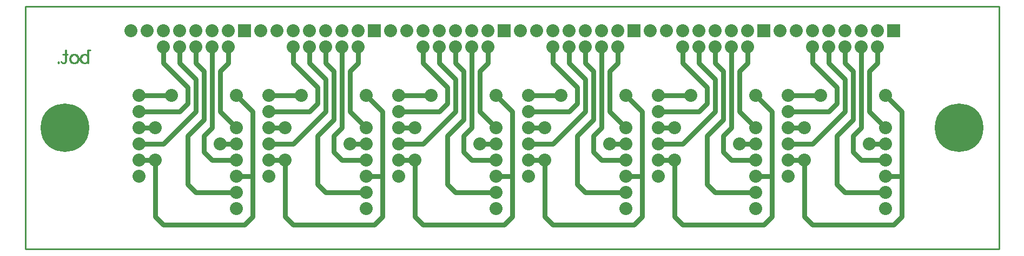
<source format=gbl>
%FSLAX23Y23*%
%MOIN*%
G70*
G01*
G75*
%ADD10C,0.010*%
%ADD11C,0.030*%
%ADD12C,0.050*%
%ADD13R,0.080X0.080*%
%ADD14C,0.080*%
%ADD15C,0.300*%
D10*
X6995Y7245D02*
Y8745D01*
Y7245D02*
X12995D01*
Y8745D01*
X6995D02*
X12995D01*
X7384Y8475D02*
Y8395D01*
X7380Y8475D02*
Y8395D01*
Y8437D02*
X7372Y8445D01*
X7365Y8448D01*
X7357D01*
X7345Y8445D01*
X7338Y8437D01*
X7334Y8425D01*
Y8418D01*
X7338Y8406D01*
X7345Y8399D01*
X7357Y8395D01*
X7365D01*
X7372Y8399D01*
X7380Y8406D01*
X7357Y8448D02*
X7349Y8445D01*
X7342Y8437D01*
X7338Y8425D01*
Y8418D01*
X7342Y8406D01*
X7349Y8399D01*
X7357Y8395D01*
X7395Y8475D02*
X7380D01*
X7300Y8448D02*
X7312Y8445D01*
X7319Y8437D01*
X7323Y8425D01*
Y8418D01*
X7319Y8406D01*
X7312Y8399D01*
X7300Y8395D01*
X7293D01*
X7281Y8399D01*
X7274Y8406D01*
X7270Y8418D01*
Y8425D01*
X7274Y8437D01*
X7281Y8445D01*
X7293Y8448D01*
X7300D01*
X7308Y8445D01*
X7315Y8437D01*
X7319Y8425D01*
Y8418D01*
X7315Y8406D01*
X7308Y8399D01*
X7300Y8395D01*
X7293D02*
X7285Y8399D01*
X7277Y8406D01*
X7274Y8418D01*
Y8425D01*
X7277Y8437D01*
X7285Y8445D01*
X7293Y8448D01*
X7235Y8395D02*
X7239Y8399D01*
X7243Y8410D01*
Y8475D01*
X7246D01*
Y8410D01*
X7243Y8399D01*
X7235Y8395D01*
X7227D01*
X7220Y8399D01*
X7216Y8406D01*
X7258Y8448D02*
X7227D01*
X7199Y8403D02*
X7203Y8399D01*
X7199Y8395D01*
X7195Y8399D01*
X7199Y8403D01*
D11*
X12045Y8395D02*
Y8495D01*
Y8395D02*
X12095Y8345D01*
Y8045D02*
Y8345D01*
X11995Y7945D02*
X12095Y8045D01*
X11995Y7645D02*
Y7945D01*
Y7645D02*
X12045Y7595D01*
X12295D01*
X11245Y8395D02*
Y8495D01*
Y8395D02*
X11295Y8345D01*
Y8045D02*
Y8345D01*
X11195Y7945D02*
X11295Y8045D01*
X11195Y7645D02*
Y7945D01*
Y7645D02*
X11245Y7595D01*
X11495D01*
X10445Y8395D02*
Y8495D01*
Y8395D02*
X10495Y8345D01*
Y8045D02*
Y8345D01*
X10395Y7945D02*
X10495Y8045D01*
X10395Y7645D02*
Y7945D01*
Y7645D02*
X10445Y7595D01*
X10695D01*
X10645Y8395D02*
Y8495D01*
X10595Y8345D02*
X10645Y8395D01*
X10595Y8095D02*
Y8345D01*
Y8095D02*
X10695Y7995D01*
X10545D02*
Y8495D01*
X10495Y7945D02*
X10545Y7995D01*
X10495Y7845D02*
Y7945D01*
Y7845D02*
X10545Y7795D01*
X10695D01*
X12145Y7995D02*
Y8495D01*
X12095Y7945D02*
X12145Y7995D01*
X12095Y7845D02*
Y7945D01*
Y7845D02*
X12145Y7795D01*
X12295D01*
X12245Y8395D02*
Y8495D01*
X12195Y8345D02*
X12245Y8395D01*
X12195Y8095D02*
Y8345D01*
Y8095D02*
X12295Y7995D01*
X11345D02*
Y8495D01*
X11295Y7945D02*
X11345Y7995D01*
X11295Y7845D02*
Y7945D01*
Y7845D02*
X11345Y7795D01*
X11495D01*
X11445Y8395D02*
Y8495D01*
X11395Y8345D02*
X11445Y8395D01*
X11395Y8095D02*
Y8345D01*
Y8095D02*
X11495Y7995D01*
X11945Y8395D02*
Y8495D01*
Y8395D02*
X12045Y8295D01*
Y8095D02*
Y8295D01*
X11845Y7895D02*
X12045Y8095D01*
X11695Y7895D02*
X11845D01*
Y8395D02*
X11995Y8245D01*
X11845Y8395D02*
Y8495D01*
X11995Y8145D02*
Y8245D01*
X11945Y8095D02*
X11995Y8145D01*
X11695Y8095D02*
X11945D01*
X12195Y7895D02*
X12295D01*
X11395D02*
X11495D01*
X10595D02*
X10695D01*
X11145Y8395D02*
Y8495D01*
Y8395D02*
X11245Y8295D01*
Y8095D02*
Y8295D01*
X11045Y7895D02*
X11245Y8095D01*
X11045Y8395D02*
Y8495D01*
Y8395D02*
X11195Y8245D01*
Y8145D02*
Y8245D01*
X11145Y8095D02*
X11195Y8145D01*
X10895Y8095D02*
X11145D01*
X10895Y7895D02*
X11045D01*
X10345Y8395D02*
Y8495D01*
Y8395D02*
X10445Y8295D01*
Y8095D02*
Y8295D01*
X10245Y7895D02*
X10445Y8095D01*
X10095Y7895D02*
X10245D01*
X11695Y8195D02*
X11895D01*
X10895D02*
X11095D01*
X12395Y7445D02*
Y8095D01*
X12295Y7695D02*
X12395D01*
X11595Y7445D02*
Y8095D01*
X11495Y7695D02*
X11595D01*
X10795Y7445D02*
Y8095D01*
X10695Y7695D02*
X10795D01*
X10895Y7995D02*
X10995D01*
X11695D02*
X11795D01*
X12295Y8195D02*
X12395Y8095D01*
X12345Y7395D02*
X12395Y7445D01*
X11845Y7395D02*
X12345D01*
X11795Y7445D02*
X11845Y7395D01*
X11795Y7445D02*
Y7795D01*
X11695D02*
X11795D01*
X11495Y8195D02*
X11595Y8095D01*
X11545Y7395D02*
X11595Y7445D01*
X11045Y7395D02*
X11545D01*
X10995Y7445D02*
X11045Y7395D01*
X10995Y7445D02*
Y7795D01*
X10895D02*
X10995D01*
X10695Y8195D02*
X10795Y8095D01*
X10745Y7395D02*
X10795Y7445D01*
X10245Y7395D02*
X10745D01*
X10195Y7445D02*
X10245Y7395D01*
X10195Y7445D02*
Y7795D01*
X10095Y7995D02*
X10195D01*
X10095Y7795D02*
X10195D01*
X10245Y8395D02*
X10395Y8245D01*
X10245Y8395D02*
Y8495D01*
X10395Y8145D02*
Y8245D01*
X10345Y8095D02*
X10395Y8145D01*
X10095Y8095D02*
X10345D01*
X10095Y8195D02*
X10295D01*
X9795Y8095D02*
Y8345D01*
X9845Y8395D02*
Y8495D01*
X9795Y8345D02*
X9845Y8395D01*
X9645D02*
Y8495D01*
Y8395D02*
X9695Y8345D01*
Y8045D02*
Y8345D01*
X9595Y7945D02*
X9695Y8045D01*
X9745Y7995D02*
Y8495D01*
X9695Y7945D02*
X9745Y7995D01*
X9695Y7845D02*
Y7945D01*
X9595Y7645D02*
Y7945D01*
Y7645D02*
X9645Y7595D01*
X9895D01*
X9695Y7845D02*
X9745Y7795D01*
X9895D01*
X9795Y8095D02*
X9895Y7995D01*
X9545Y8395D02*
Y8495D01*
Y8395D02*
X9645Y8295D01*
Y8095D02*
Y8295D01*
X9445Y7895D02*
X9645Y8095D01*
X9295Y7895D02*
X9445D01*
Y8395D02*
Y8495D01*
Y8395D02*
X9595Y8245D01*
Y8145D02*
Y8245D01*
X9545Y8095D02*
X9595Y8145D01*
X9295Y8095D02*
X9545D01*
X9295Y8195D02*
X9495D01*
X9795Y7895D02*
X9895D01*
X9995Y7445D02*
Y8095D01*
X9895Y7695D02*
X9995D01*
X9395Y7445D02*
Y7795D01*
Y7445D02*
X9445Y7395D01*
X9945D01*
X9995Y7445D01*
X9895Y8195D02*
X9995Y8095D01*
X9295Y7995D02*
X9395D01*
X9295Y7795D02*
X9395D01*
X8195Y8095D02*
Y8345D01*
X8245Y8395D01*
Y8495D01*
X9045Y8395D02*
Y8495D01*
X8995Y8345D02*
X9045Y8395D01*
X8995Y8095D02*
Y8345D01*
Y8095D02*
X9095Y7995D01*
X8945D02*
Y8495D01*
X8895Y7945D02*
X8945Y7995D01*
X8895Y7845D02*
Y7945D01*
Y7845D02*
X8945Y7795D01*
X9095D01*
X8845Y8395D02*
Y8495D01*
Y8395D02*
X8895Y8345D01*
Y8045D02*
Y8345D01*
X8795Y7945D02*
X8895Y8045D01*
X8795Y7645D02*
Y7945D01*
Y7645D02*
X8845Y7595D01*
X9095D01*
X9195Y7445D02*
Y8095D01*
X9095Y7695D02*
X9195D01*
X7995Y7945D02*
X8095Y8045D01*
X8045Y7595D02*
X8295D01*
X7995Y7645D02*
Y7945D01*
Y7645D02*
X8045Y7595D01*
X8745Y8395D02*
Y8495D01*
Y8395D02*
X8845Y8295D01*
Y8095D02*
Y8295D01*
X8645Y7895D02*
X8845Y8095D01*
X8495Y7895D02*
X8645D01*
X8995D02*
X9095D01*
Y8195D02*
X9195Y8095D01*
X9145Y7395D02*
X9195Y7445D01*
X8645Y7395D02*
X9145D01*
X8595Y7445D02*
X8645Y7395D01*
X8595Y7445D02*
Y7795D01*
X8395Y7445D02*
Y8095D01*
X7845Y7395D02*
X8345D01*
X8295Y7695D02*
X8395D01*
X7795Y7445D02*
Y7795D01*
X7695D02*
X7795D01*
Y7445D02*
X7845Y7395D01*
X8495Y7795D02*
X8595D01*
X8495Y7995D02*
X8595D01*
X8645Y8395D02*
Y8495D01*
Y8395D02*
X8795Y8245D01*
Y8145D02*
Y8245D01*
X8745Y8095D02*
X8795Y8145D01*
X8495Y8095D02*
X8745D01*
X8495Y8195D02*
X8695D01*
X7695D02*
X7895D01*
X7845Y8395D02*
X7995Y8245D01*
X7695Y8095D02*
X7945D01*
X7995Y8145D02*
Y8245D01*
X7945Y8095D02*
X7995Y8145D01*
X7945Y8395D02*
X8045Y8295D01*
X7845Y7895D02*
X8045Y8095D01*
X7695Y7895D02*
X7845D01*
X8045Y8095D02*
Y8295D01*
Y8395D02*
X8095Y8345D01*
X8045Y8395D02*
Y8495D01*
X8095Y8045D02*
Y8345D01*
X8145Y7995D02*
Y8495D01*
X8095Y7945D02*
X8145Y7995D01*
X8095Y7845D02*
Y7945D01*
X7845Y8395D02*
Y8495D01*
X7945Y8395D02*
Y8495D01*
X7695Y7995D02*
X7795D01*
X8295Y8195D02*
X8395Y8095D01*
X8345Y7395D02*
X8395Y7445D01*
X8195Y7895D02*
X8295D01*
X8145Y7795D02*
X8295D01*
X8095Y7845D02*
X8145Y7795D01*
X8195Y8095D02*
X8295Y7995D01*
D13*
X12345Y8595D02*
D03*
X8345D02*
D03*
X9145D02*
D03*
X9945D02*
D03*
X10745D02*
D03*
X11545D02*
D03*
D14*
X12245D02*
D03*
X12145D02*
D03*
X12045D02*
D03*
X11945D02*
D03*
X11845D02*
D03*
X11745D02*
D03*
X11645D02*
D03*
X12295Y8195D02*
D03*
Y7995D02*
D03*
Y7895D02*
D03*
Y7795D02*
D03*
Y7695D02*
D03*
Y7595D02*
D03*
Y7495D02*
D03*
X11695Y7695D02*
D03*
Y7795D02*
D03*
Y7895D02*
D03*
Y7995D02*
D03*
Y8095D02*
D03*
Y8195D02*
D03*
X8295D02*
D03*
Y7995D02*
D03*
Y7895D02*
D03*
Y7795D02*
D03*
Y7695D02*
D03*
Y7595D02*
D03*
Y7495D02*
D03*
X7695Y7695D02*
D03*
Y7795D02*
D03*
Y7895D02*
D03*
Y7995D02*
D03*
Y8095D02*
D03*
Y8195D02*
D03*
X8495D02*
D03*
Y8095D02*
D03*
Y7995D02*
D03*
Y7895D02*
D03*
Y7795D02*
D03*
Y7695D02*
D03*
X9095Y7495D02*
D03*
Y7595D02*
D03*
Y7695D02*
D03*
Y7795D02*
D03*
Y7895D02*
D03*
Y7995D02*
D03*
Y8195D02*
D03*
X9895D02*
D03*
Y7995D02*
D03*
Y7895D02*
D03*
Y7795D02*
D03*
Y7695D02*
D03*
Y7595D02*
D03*
Y7495D02*
D03*
X9295Y7695D02*
D03*
Y7795D02*
D03*
Y7895D02*
D03*
Y7995D02*
D03*
Y8095D02*
D03*
Y8195D02*
D03*
X10095D02*
D03*
Y8095D02*
D03*
Y7995D02*
D03*
Y7895D02*
D03*
Y7795D02*
D03*
Y7695D02*
D03*
X10695Y7495D02*
D03*
Y7595D02*
D03*
Y7695D02*
D03*
Y7795D02*
D03*
Y7895D02*
D03*
Y7995D02*
D03*
Y8195D02*
D03*
X11495D02*
D03*
Y7995D02*
D03*
Y7895D02*
D03*
Y7795D02*
D03*
Y7695D02*
D03*
Y7595D02*
D03*
Y7495D02*
D03*
X10895Y7695D02*
D03*
Y7795D02*
D03*
Y7895D02*
D03*
Y7995D02*
D03*
Y8095D02*
D03*
Y8195D02*
D03*
X7645Y8595D02*
D03*
X7745D02*
D03*
X7845D02*
D03*
X7945D02*
D03*
X8045D02*
D03*
X8145D02*
D03*
X8245D02*
D03*
X9045D02*
D03*
X8945D02*
D03*
X8845D02*
D03*
X8745D02*
D03*
X8645D02*
D03*
X8545D02*
D03*
X8445D02*
D03*
X9245D02*
D03*
X9345D02*
D03*
X9445D02*
D03*
X9545D02*
D03*
X9645D02*
D03*
X9745D02*
D03*
X9845D02*
D03*
X10645D02*
D03*
X10545D02*
D03*
X10445D02*
D03*
X10345D02*
D03*
X10245D02*
D03*
X10145D02*
D03*
X10045D02*
D03*
X10845D02*
D03*
X10945D02*
D03*
X11045D02*
D03*
X11145D02*
D03*
X11245D02*
D03*
X11345D02*
D03*
X11445D02*
D03*
X8195Y7895D02*
D03*
X9395Y7995D02*
D03*
X8995Y7895D02*
D03*
X10595D02*
D03*
X11395D02*
D03*
X12195D02*
D03*
X11895Y8195D02*
D03*
X11095D02*
D03*
X11795Y7995D02*
D03*
Y7795D02*
D03*
X10995Y7995D02*
D03*
Y7795D02*
D03*
X10195D02*
D03*
Y7995D02*
D03*
X10295Y8195D02*
D03*
X12245Y8495D02*
D03*
X12145D02*
D03*
X12045D02*
D03*
X11945D02*
D03*
X11845D02*
D03*
X11445D02*
D03*
X11345D02*
D03*
X11245D02*
D03*
X11145D02*
D03*
X11045D02*
D03*
X10645D02*
D03*
X10545D02*
D03*
X10445D02*
D03*
X10345D02*
D03*
X10245D02*
D03*
X9495Y8195D02*
D03*
X9795Y7895D02*
D03*
X9395Y7795D02*
D03*
X9045Y8495D02*
D03*
X8945D02*
D03*
X8845D02*
D03*
X8745D02*
D03*
X8645D02*
D03*
X9845D02*
D03*
X9745D02*
D03*
X9645D02*
D03*
X9545D02*
D03*
X9445D02*
D03*
X8595Y7995D02*
D03*
Y7795D02*
D03*
X8695Y8195D02*
D03*
X7795Y7795D02*
D03*
Y7995D02*
D03*
X7895Y8195D02*
D03*
X8245Y8495D02*
D03*
X8145D02*
D03*
X8045D02*
D03*
X7945D02*
D03*
X7845D02*
D03*
D15*
X7240Y7995D02*
D03*
X12750D02*
D03*
M02*

</source>
